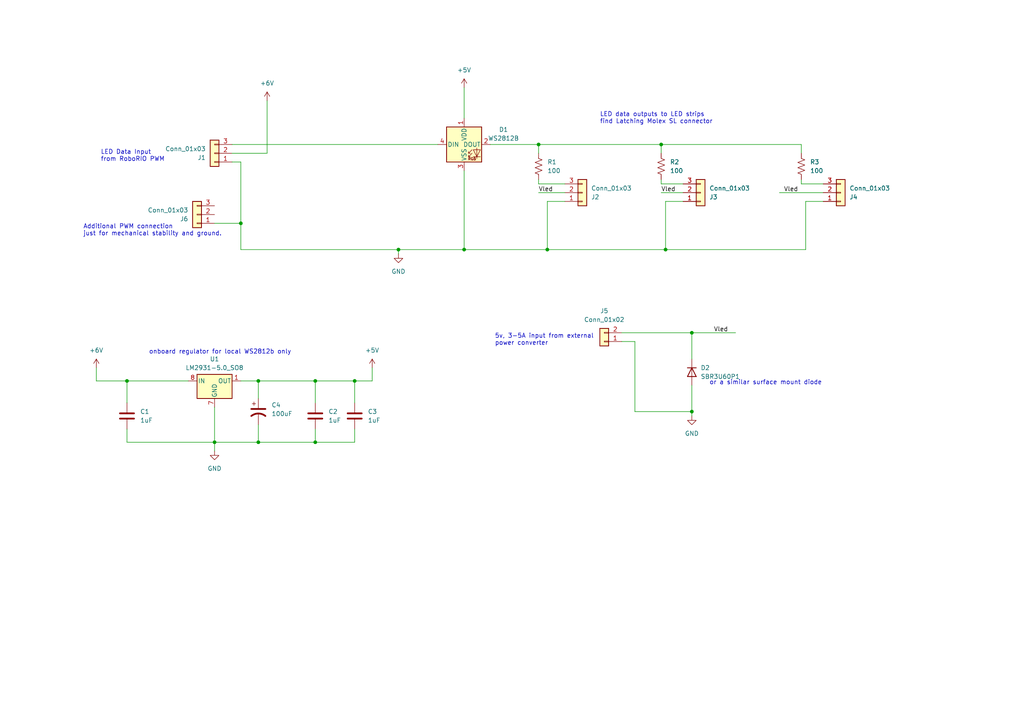
<source format=kicad_sch>
(kicad_sch (version 20230121) (generator eeschema)
  (paper "A4")
  (lib_symbols
    (symbol "Connector_Generic:Conn_01x02" (pin_names (offset 1.016) hide)
      (property "Reference" "J" (at 0 2.54 0))
      (property "Value" "Conn_01x02" (at 0 -5.08 0))
      (symbol "Conn_01x02_1_1"
        (rectangle (start -1.27 -2.413) (end 0 -2.667) (stroke (width 0.1524)))
        (rectangle (start -1.27 0.127) (end 0 -0.127) (stroke (width 0.1524)))
        (rectangle (start -1.27 1.27) (end 1.27 -3.81) (stroke (width 0.254)) (fill (type background)))
        (pin passive line (at -5.08 0 0) (length 3.81) (name "Pin_1") (number "1"))
        (pin passive line (at -5.08 -2.54 0) (length 3.81) (name "Pin_2") (number "2"))
      )
    )
    (symbol "Connector_Generic:Conn_01x03" (pin_names (offset 1.016) hide)
      (property "Reference" "J" (at 0 5.08 0))
      (property "Value" "Conn_01x03" (at 0 -5.08 0))
      (symbol "Conn_01x03_1_1"
        (rectangle (start -1.27 -2.413) (end 0 -2.667) (stroke (width 0.1524)))
        (rectangle (start -1.27 0.127) (end 0 -0.127) (stroke (width 0.1524)))
        (rectangle (start -1.27 2.667) (end 0 2.413) (stroke (width 0.1524)))
        (rectangle (start -1.27 3.81) (end 1.27 -3.81) (stroke (width 0.254)) (fill (type background)))
        (pin passive line (at -5.08 2.54 0) (length 3.81) (name "Pin_1") (number "1"))
        (pin passive line (at -5.08 0 0) (length 3.81) (name "Pin_2") (number "2"))
        (pin passive line (at -5.08 -2.54 0) (length 3.81) (name "Pin_3") (number "3"))
      )
    )
    (symbol "Device:C" (pin_numbers hide) (pin_names (offset 0.254))
      (property "Reference" "C" (at 0.635 2.54 0))
      (property "Value" "C" (at 0.635 -2.54 0))
      (symbol "C_0_1"
        (polyline (pts (xy -2.032 -0.762) (xy 2.032 -0.762)) (stroke (width 0.508)))
        (polyline (pts (xy -2.032 0.762) (xy 2.032 0.762)) (stroke (width 0.508)))
      )
      (symbol "C_1_1"
        (pin passive line (at 0 3.81 270) (length 2.794) (name "~") (number "1"))
        (pin passive line (at 0 -3.81 90) (length 2.794) (name "~") (number "2"))
      )
    )
    (symbol "Device:C_Polarized_US" (pin_numbers hide) (pin_names (offset 0.254) hide)
      (property "Reference" "C" (at 0.635 2.54 0))
      (property "Value" "C_Polarized_US" (at 0.635 -2.54 0))
      (symbol "C_Polarized_US_0_1"
        (polyline (pts (xy -2.032 0.762) (xy 2.032 0.762)) (stroke (width 0.508)))
        (polyline (pts (xy -1.778 2.286) (xy -0.762 2.286)))
        (polyline (pts (xy -1.27 1.778) (xy -1.27 2.794)))
        (arc (start 2.032 -1.27) (mid 0 -0.5572) (end -2.032 -1.27) (stroke (width 0.508)))
      )
      (symbol "C_Polarized_US_1_1"
        (pin passive line (at 0 3.81 270) (length 2.794) (name "~") (number "1"))
        (pin passive line (at 0 -3.81 90) (length 3.302) (name "~") (number "2"))
      )
    )
    (symbol "Device:R_US" (pin_numbers hide) (pin_names (offset 0))
      (property "Reference" "R" (at 2.54 0 90))
      (property "Value" "R_US" (at -2.54 0 90))
      (symbol "R_US_0_1"
        (polyline (pts (xy 0 -2.286) (xy 0 -2.54)))
        (polyline (pts (xy 0 2.286) (xy 0 2.54)))
        (polyline (pts (xy 0 -0.762) (xy 1.016 -1.143) (xy 0 -1.524) (xy -1.016 -1.905) (xy 0 -2.286)))
        (polyline (pts (xy 0 0.762) (xy 1.016 0.381) (xy 0 0) (xy -1.016 -0.381) (xy 0 -0.762)))
        (polyline (pts (xy 0 2.286) (xy 1.016 1.905) (xy 0 1.524) (xy -1.016 1.143) (xy 0 0.762)))
      )
      (symbol "R_US_1_1"
        (pin passive line (at 0 3.81 270) (length 1.27) (name "~") (number "1"))
        (pin passive line (at 0 -3.81 90) (length 1.27) (name "~") (number "2"))
      )
    )
    (symbol "Diode:1N4005" (pin_numbers hide) (pin_names hide)
      (property "Reference" "D" (at 0 2.54 0))
      (property "Value" "1N4005" (at 0 -2.54 0))
      (symbol "1N4005_0_1"
        (polyline (pts (xy -1.27 1.27) (xy -1.27 -1.27)) (stroke (width 0.254)))
        (polyline (pts (xy 1.27 0) (xy -1.27 0)))
        (polyline (pts (xy 1.27 1.27) (xy 1.27 -1.27) (xy -1.27 0) (xy 1.27 1.27)) (stroke (width 0.254)))
      )
      (symbol "1N4005_1_1"
        (pin passive line (at -3.81 0 0) (length 2.54) (name "K") (number "1"))
        (pin passive line (at 3.81 0 180) (length 2.54) (name "A") (number "2"))
      )
    )
    (symbol "LED:WS2812B" (pin_names (offset 0.254))
      (property "Reference" "D" (at 5.08 5.715 0))
      (property "Value" "WS2812B" (at 1.27 -5.715 0))
      (symbol "WS2812B_0_0"
        (text "RGB" (at 2.286 -4.191 0) (effects (font (size 0.762 0.762))))
      )
      (symbol "WS2812B_0_1"
        (polyline (pts (xy 1.27 -3.556) (xy 1.778 -3.556)))
        (polyline (pts (xy 1.27 -2.54) (xy 1.778 -2.54)))
        (polyline (pts (xy 4.699 -3.556) (xy 2.667 -3.556)))
        (polyline (pts (xy 2.286 -2.54) (xy 1.27 -3.556) (xy 1.27 -3.048)))
        (polyline (pts (xy 2.286 -1.524) (xy 1.27 -2.54) (xy 1.27 -2.032)))
        (polyline (pts (xy 3.683 -1.016) (xy 3.683 -3.556) (xy 3.683 -4.064)))
        (polyline (pts (xy 4.699 -1.524) (xy 2.667 -1.524) (xy 3.683 -3.556) (xy 4.699 -1.524)))
        (rectangle (start 5.08 5.08) (end -5.08 -5.08) (stroke (width 0.254)) (fill (type background)))
      )
      (symbol "WS2812B_1_1"
        (pin power_in line (at 0 7.62 270) (length 2.54) (name "VDD") (number "1"))
        (pin output line (at 7.62 0 180) (length 2.54) (name "DOUT") (number "2"))
        (pin power_in line (at 0 -7.62 90) (length 2.54) (name "VSS") (number "3"))
        (pin input line (at -7.62 0 0) (length 2.54) (name "DIN") (number "4"))
      )
    )
    (symbol "Regulator_Linear:LM2931-5.0_SO8" (pin_names (offset 0.254))
      (property "Reference" "U" (at -3.81 3.175 0))
      (property "Value" "LM2931-5.0_SO8" (at 0 3.175 0))
      (symbol "LM2931-5.0_SO8_0_1"
        (rectangle (start -5.08 1.905) (end 5.08 -5.08) (stroke (width 0.254)) (fill (type background)))
      )
      (symbol "LM2931-5.0_SO8_1_1"
        (pin power_out line (at 7.62 0 180) (length 2.54) (name "OUT") (number "1"))
        (pin passive line (at 0 -7.62 90) (length 2.54) hide (name "GND") (number "2"))
        (pin passive line (at 0 -7.62 90) (length 2.54) hide (name "GND") (number "3"))
        (pin no_connect line (at -5.08 -2.54 0) (length 2.54) hide (name "NC") (number "4"))
        (pin no_connect line (at 5.08 -2.54 180) (length 2.54) hide (name "NC") (number "5"))
        (pin passive line (at 0 -7.62 90) (length 2.54) hide (name "GND") (number "6"))
        (pin power_in line (at 0 -7.62 90) (length 2.54) (name "GND") (number "7"))
        (pin power_in line (at -7.62 0 0) (length 2.54) (name "IN") (number "8"))
      )
    )
    (symbol "power:+5V" (power) (pin_names (offset 0))
      (property "Value" "+5V" (at 0 3.556 0))
      (symbol "+5V_0_1"
        (polyline (pts (xy -0.762 1.27) (xy 0 2.54)))
        (polyline (pts (xy 0 0) (xy 0 2.54)))
        (polyline (pts (xy 0 2.54) (xy 0.762 1.27)))
      )
      (symbol "+5V_1_1"
        (pin power_in line (at 0 0 90) (length 0) hide (name "+5V") (number "1"))
      )
    )
    (symbol "power:+6V" (power) (pin_names (offset 0))
      (property "Value" "+6V" (at 0 3.556 0))
      (symbol "+6V_0_1"
        (polyline (pts (xy -0.762 1.27) (xy 0 2.54)))
        (polyline (pts (xy 0 0) (xy 0 2.54)))
        (polyline (pts (xy 0 2.54) (xy 0.762 1.27)))
      )
      (symbol "+6V_1_1"
        (pin power_in line (at 0 0 90) (length 0) hide (name "+6V") (number "1"))
      )
    )
    (symbol "power:GND" (power) (pin_names (offset 0))
      (property "Value" "GND" (at 0 -3.81 0))
      (symbol "GND_0_1"
        (polyline (pts (xy 0 0) (xy 0 -1.27) (xy 1.27 -1.27) (xy 0 -2.54) (xy -1.27 -1.27) (xy 0 -1.27)))
      )
      (symbol "GND_1_1"
        (pin power_in line (at 0 0 270) (length 0) hide (name "GND") (number "1"))
      )
    )
  )
  (junction (at 191.77 41.91))
  (junction (at 156.21 41.91))
  (junction (at 200.66 96.52))
  (junction (at 62.23 128.27))
  (junction (at 74.93 110.49))
  (junction (at 134.62 72.39))
  (junction (at 158.75 72.39))
  (junction (at 91.44 128.27))
  (junction (at 200.66 119.38))
  (junction (at 36.83 110.49))
  (junction (at 74.93 128.27))
  (junction (at 193.04 72.39))
  (junction (at 115.57 72.39))
  (junction (at 102.87 110.49))
  (junction (at 91.44 110.49))
  (junction (at 69.85 64.77))
  (wire (pts (xy 69.85 72.39) (xy 115.57 72.39)))
  (wire (pts (xy 67.31 46.99) (xy 69.85 46.99)))
  (wire (pts (xy 134.62 72.39) (xy 158.75 72.39)))
  (wire (pts (xy 191.77 53.34) (xy 191.77 52.07)))
  (wire (pts (xy 69.85 46.99) (xy 69.85 64.77)))
  (wire (pts (xy 36.83 128.27) (xy 62.23 128.27)))
  (wire (pts (xy 91.44 128.27) (xy 91.44 124.46)))
  (wire (pts (xy 62.23 64.77) (xy 69.85 64.77)))
  (wire (pts (xy 36.83 110.49) (xy 54.61 110.49)))
  (wire (pts (xy 184.15 99.06) (xy 184.15 119.38)))
  (wire (pts (xy 200.66 119.38) (xy 200.66 120.65)))
  (wire (pts (xy 74.93 115.57) (xy 74.93 110.49)))
  (wire (pts (xy 232.41 53.34) (xy 232.41 52.07)))
  (wire (pts (xy 74.93 110.49) (xy 91.44 110.49)))
  (wire (pts (xy 158.75 72.39) (xy 193.04 72.39)))
  (wire (pts (xy 184.15 119.38) (xy 200.66 119.38)))
  (wire (pts (xy 156.21 53.34) (xy 156.21 52.07)))
  (wire (pts (xy 69.85 110.49) (xy 74.93 110.49)))
  (wire (pts (xy 107.95 110.49) (xy 107.95 106.68)))
  (wire (pts (xy 200.66 96.52) (xy 200.66 104.14)))
  (wire (pts (xy 232.41 44.45) (xy 232.41 41.91)))
  (wire (pts (xy 238.76 58.42) (xy 233.68 58.42)))
  (wire (pts (xy 156.21 41.91) (xy 191.77 41.91)))
  (wire (pts (xy 67.31 44.45) (xy 77.47 44.45)))
  (wire (pts (xy 142.24 41.91) (xy 156.21 41.91)))
  (wire (pts (xy 74.93 123.19) (xy 74.93 128.27)))
  (wire (pts (xy 158.75 72.39) (xy 158.75 58.42)))
  (wire (pts (xy 193.04 72.39) (xy 233.68 72.39)))
  (wire (pts (xy 77.47 29.21) (xy 77.47 44.45)))
  (wire (pts (xy 102.87 128.27) (xy 91.44 128.27)))
  (wire (pts (xy 200.66 96.52) (xy 213.36 96.52)))
  (wire (pts (xy 36.83 116.84) (xy 36.83 110.49)))
  (wire (pts (xy 226.06 55.88) (xy 238.76 55.88)))
  (wire (pts (xy 91.44 110.49) (xy 102.87 110.49)))
  (wire (pts (xy 115.57 72.39) (xy 115.57 73.66)))
  (wire (pts (xy 74.93 128.27) (xy 91.44 128.27)))
  (wire (pts (xy 200.66 111.76) (xy 200.66 119.38)))
  (wire (pts (xy 180.34 99.06) (xy 184.15 99.06)))
  (wire (pts (xy 134.62 34.29) (xy 134.62 25.4)))
  (wire (pts (xy 91.44 116.84) (xy 91.44 110.49)))
  (wire (pts (xy 134.62 72.39) (xy 134.62 49.53)))
  (wire (pts (xy 36.83 124.46) (xy 36.83 128.27)))
  (wire (pts (xy 62.23 128.27) (xy 62.23 130.81)))
  (wire (pts (xy 191.77 55.88) (xy 198.12 55.88)))
  (wire (pts (xy 115.57 72.39) (xy 134.62 72.39)))
  (wire (pts (xy 62.23 128.27) (xy 74.93 128.27)))
  (wire (pts (xy 156.21 55.88) (xy 163.83 55.88)))
  (wire (pts (xy 233.68 58.42) (xy 233.68 72.39)))
  (wire (pts (xy 163.83 53.34) (xy 156.21 53.34)))
  (wire (pts (xy 27.94 106.68) (xy 27.94 110.49)))
  (wire (pts (xy 102.87 110.49) (xy 102.87 116.84)))
  (wire (pts (xy 27.94 110.49) (xy 36.83 110.49)))
  (wire (pts (xy 191.77 41.91) (xy 232.41 41.91)))
  (wire (pts (xy 102.87 110.49) (xy 107.95 110.49)))
  (wire (pts (xy 180.34 96.52) (xy 200.66 96.52)))
  (wire (pts (xy 193.04 58.42) (xy 193.04 72.39)))
  (wire (pts (xy 198.12 58.42) (xy 193.04 58.42)))
  (wire (pts (xy 156.21 41.91) (xy 156.21 44.45)))
  (wire (pts (xy 67.31 41.91) (xy 127 41.91)))
  (wire (pts (xy 158.75 58.42) (xy 163.83 58.42)))
  (wire (pts (xy 198.12 53.34) (xy 191.77 53.34)))
  (wire (pts (xy 62.23 118.11) (xy 62.23 128.27)))
  (wire (pts (xy 69.85 64.77) (xy 69.85 72.39)))
  (wire (pts (xy 238.76 53.34) (xy 232.41 53.34)))
  (wire (pts (xy 102.87 124.46) (xy 102.87 128.27)))
  (wire (pts (xy 191.77 44.45) (xy 191.77 41.91)))
  (text "or a similar surface mount diode" (at 205.74 111.76 0) (effects (font (size 1.27 1.27)) (justify left bottom)))
  (text "Additional PWM connection\njust for mechanical stability and ground." (at 24.13 68.58 0) (effects (font (size 1.27 1.27)) (justify left bottom)))
  (text "onboard regulator for local WS2812b only" (at 43.18 102.87 0) (effects (font (size 1.27 1.27)) (justify left bottom)))
  (text "LED Data Input\nfrom RoboRIO PWM" (at 29.21 46.99 0) (effects (font (size 1.27 1.27)) (justify left bottom)))
  (text "LED data outputs to LED strips\nfind Latching Molex SL connector\n\n" (at 173.99 38.1 0) (effects (font (size 1.27 1.27)) (justify left bottom)))
  (text "5v, 3-5A input from external\npower converter" (at 143.51 100.33 0) (effects (font (size 1.27 1.27)) (justify left bottom)))
  (label "Vled" (at 227.33 55.88 0))
  (label "Vled" (at 191.77 55.88 0))
  (label "Vled" (at 156.21 55.88 0))
  (label "Vled" (at 207.01 96.52 0))
  (symbol (lib_id "LED:WS2812B") (at 134.62 41.91 0) (unit 1)
    (property "Reference" "D1" (at 146.05 37.5793 0))
    (property "Value" "WS2812B" (at 146.05 40.1193 0))
    (property "Footprint" "LED_SMD:LED_WS2812B_PLCC4_5.0x5.0mm_P3.2mm" (effects hide))
    (property "Datasheet" "https://cdn-shop.adafruit.com/datasheets/WS2812B.pdf" (effects hide))
  )
  (symbol (lib_id "power:GND") (at 200.66 120.65 0) (unit 1)
    (property "Reference" "#PWR04" (effects hide))
    (property "Value" "GND" (at 200.66 125.73 0))
  )
  (symbol (lib_id "power:+6V") (at 77.47 29.21 0) (unit 1)
    (property "Reference" "#PWR02" (effects hide))
    (property "Value" "+6V" (at 77.47 24.13 0))
  )
  (symbol (lib_id "Connector_Generic:Conn_01x03") (at 203.2 55.88 0) (mirror x) (unit 1)
    (property "Reference" "J3" (at 205.74 57.15 0) (effects (justify left)))
    (property "Value" "Conn_01x03" (at 205.74 54.61 0) (effects (justify left)))
    (property "Footprint" "Library:CONN_70555-0002_MOL" (effects hide))
  )
  (symbol (lib_id "Device:C") (at 102.87 120.65 0) (unit 1)
    (property "Reference" "C3" (at 106.68 119.38 0) (effects (justify left)))
    (property "Value" "1uF" (at 106.68 121.92 0) (effects (justify left)))
    (property "Footprint" "Capacitor_SMD:C_0805_2012Metric_Pad1.18x1.45mm_HandSolder" (effects hide))
  )
  (symbol (lib_id "Device:R_US") (at 232.41 48.26 0) (unit 1)
    (property "Reference" "R3" (at 234.95 46.99 0) (effects (justify left)))
    (property "Value" "100" (at 234.95 49.53 0) (effects (justify left)))
    (property "Footprint" "Resistor_SMD:R_0805_2012Metric_Pad1.20x1.40mm_HandSolder" (effects hide))
  )
  (symbol (lib_id "Device:C_Polarized_US") (at 74.93 119.38 0) (unit 1)
    (property "Reference" "C4" (at 78.74 117.475 0) (effects (justify left)))
    (property "Value" "100uF" (at 78.74 120.015 0) (effects (justify left)))
    (property "Footprint" "Capacitor_SMD:C_1206_3216Metric_Pad1.33x1.80mm_HandSolder" (effects hide))
  )
  (symbol (lib_id "power:GND") (at 62.23 130.81 0) (unit 1)
    (property "Reference" "#PWR07" (effects hide))
    (property "Value" "GND" (at 62.23 135.89 0))
  )
  (symbol (lib_id "Diode:1N4005") (at 200.66 107.95 270) (unit 1)
    (property "Reference" "D2" (at 203.2 106.68 90) (effects (justify left)))
    (property "Value" "SBR3U60P1" (at 203.2 109.22 90) (effects (justify left)))
    (property "Footprint" "Diode_SMD:D_PowerDI-123" (effects hide))
    (property "Datasheet" "http://www.vishay.com/docs/88503/1n4001.pdf" (effects hide))
    (property "Sim.Device" "D" (effects hide))
    (property "Sim.Pins" "1=K 2=A" (effects hide))
  )
  (symbol (lib_id "power:+5V") (at 107.95 106.68 0) (unit 1)
    (property "Reference" "#PWR06" (effects hide))
    (property "Value" "+5V" (at 107.95 101.6 0))
  )
  (symbol (lib_id "Connector_Generic:Conn_01x03") (at 62.23 44.45 180) (unit 1)
    (property "Reference" "J1" (at 59.69 45.72 0) (effects (justify left)))
    (property "Value" "Conn_01x03" (at 59.69 43.18 0) (effects (justify left)))
    (property "Footprint" "Connector_PinSocket_2.54mm:PinSocket_1x03_P2.54mm_Vertical" (effects hide))
  )
  (symbol (lib_id "Regulator_Linear:LM2931-5.0_SO8") (at 62.23 110.49 0) (unit 1)
    (property "Reference" "U1" (at 62.23 104.14 0))
    (property "Value" "LM2931-5.0_SO8" (at 62.23 106.68 0))
    (property "Footprint" "Package_SO:SOIC-8_3.9x4.9mm_P1.27mm" (effects hide))
    (property "Datasheet" "http://www.ti.com/lit/ds/symlink/lm2931-n.pdf" (effects hide))
  )
  (symbol (lib_id "Device:C") (at 36.83 120.65 0) (unit 1)
    (property "Reference" "C1" (at 40.64 119.38 0) (effects (justify left)))
    (property "Value" "1uF" (at 40.64 121.92 0) (effects (justify left)))
    (property "Footprint" "Capacitor_SMD:C_0805_2012Metric_Pad1.18x1.45mm_HandSolder" (effects hide))
  )
  (symbol (lib_id "Device:C") (at 91.44 120.65 0) (unit 1)
    (property "Reference" "C2" (at 95.25 119.38 0) (effects (justify left)))
    (property "Value" "1uF" (at 95.25 121.92 0) (effects (justify left)))
    (property "Footprint" "Capacitor_SMD:C_0805_2012Metric_Pad1.18x1.45mm_HandSolder" (effects hide))
  )
  (symbol (lib_id "Connector_Generic:Conn_01x03") (at 168.91 55.88 0) (mirror x) (unit 1)
    (property "Reference" "J2" (at 171.45 57.15 0) (effects (justify left)))
    (property "Value" "Conn_01x03" (at 171.45 54.61 0) (effects (justify left)))
    (property "Footprint" "Library:CONN_70555-0002_MOL" (effects hide))
  )
  (symbol (lib_id "Connector_Generic:Conn_01x03") (at 243.84 55.88 0) (mirror x) (unit 1)
    (property "Reference" "J4" (at 246.38 57.15 0) (effects (justify left)))
    (property "Value" "Conn_01x03" (at 246.38 54.61 0) (effects (justify left)))
    (property "Footprint" "Library:CONN_70555-0002_MOL" (effects hide))
  )
  (symbol (lib_id "power:+5V") (at 134.62 25.4 0) (unit 1)
    (property "Reference" "#PWR01" (effects hide))
    (property "Value" "+5V" (at 134.62 20.32 0))
  )
  (symbol (lib_id "power:GND") (at 115.57 73.66 0) (unit 1)
    (property "Reference" "#PWR03" (effects hide))
    (property "Value" "GND" (at 115.57 78.74 0))
  )
  (symbol (lib_id "power:+6V") (at 27.94 106.68 0) (unit 1)
    (property "Reference" "#PWR05" (effects hide))
    (property "Value" "+6V" (at 27.94 101.6 0))
  )
  (symbol (lib_id "Connector_Generic:Conn_01x02") (at 175.26 99.06 180) (unit 1)
    (property "Reference" "J5" (at 175.26 90.17 0))
    (property "Value" "Conn_01x02" (at 175.26 92.71 0))
    (property "Footprint" "Library:26011102" (effects hide))
  )
  (symbol (lib_id "Device:R_US") (at 191.77 48.26 0) (unit 1)
    (property "Reference" "R2" (at 194.31 46.99 0) (effects (justify left)))
    (property "Value" "100" (at 194.31 49.53 0) (effects (justify left)))
    (property "Footprint" "Resistor_SMD:R_0805_2012Metric_Pad1.20x1.40mm_HandSolder" (effects hide))
  )
  (symbol (lib_id "Device:R_US") (at 156.21 48.26 0) (unit 1)
    (property "Reference" "R1" (at 158.75 46.99 0) (effects (justify left)))
    (property "Value" "100" (at 158.75 49.53 0) (effects (justify left)))
    (property "Footprint" "Resistor_SMD:R_0805_2012Metric_Pad1.20x1.40mm_HandSolder" (effects hide))
  )
  (symbol (lib_id "Connector_Generic:Conn_01x03") (at 57.15 62.23 180) (unit 1)
    (property "Reference" "J6" (at 54.61 63.5 0) (effects (justify left)))
    (property "Value" "Conn_01x03" (at 54.61 60.96 0) (effects (justify left)))
    (property "Footprint" "Connector_PinSocket_2.54mm:PinSocket_1x03_P2.54mm_Vertical" (effects hide))
  )
)
</source>
